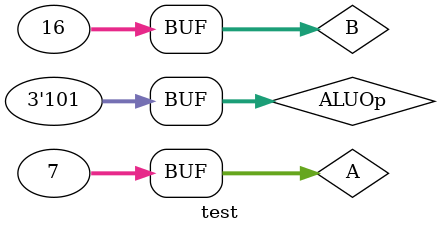
<source format=v>
`timescale 1ns / 1ps


module test;

	// Inputs
	reg [31:0] A;
	reg [31:0] B;
	reg [2:0] ALUOp;

	// Outputs
	wire [31:0] C;

	// Instantiate the Unit Under Test (UUT)
	alu uut (
		.A(A), 
		.B(B), 
		.ALUOp(ALUOp), 
		.C(C)
	);

	initial begin
		// Initialize Inputs
		A = 7;
		B = 16;
		ALUOp = 0;

		// Wait 100 ns for global reset to finish
		#100;
		ALUOp = 0;
		#100;
		ALUOp = 1;
		#100;
		ALUOp = 2;
		#100;
		ALUOp = 3;
		#100;
		ALUOp = 4;
		#100;
		ALUOp = 5;
        
		// Add stimulus here

	end
      
endmodule


</source>
